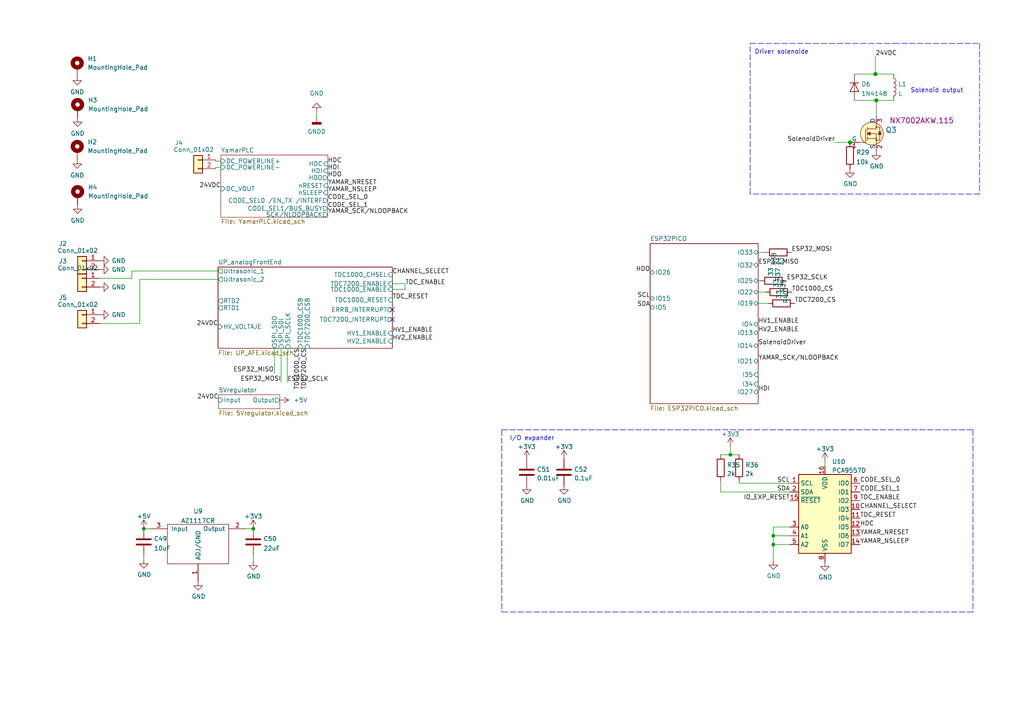
<source format=kicad_sch>
(kicad_sch (version 20211123) (generator eeschema)
  (paper "A4")
  (lib_symbols
    (symbol "Connector_Generic:Conn_01x02" (pin_names (offset 1.016) hide)
      (property "Reference" "J" (at 0 2.54 0))
      (property "Value" "Conn_01x02" (at 0 -5.08 0))
      (symbol "Conn_01x02_1_1"
        (rectangle (start -1.27 -2.413) (end 0 -2.667) (stroke (width 0.1524)))
        (rectangle (start -1.27 0.127) (end 0 -0.127) (stroke (width 0.1524)))
        (rectangle (start -1.27 1.27) (end 1.27 -3.81) (stroke (width 0.254)) (fill (type background)))
        (pin passive line (at -5.08 0 0) (length 3.81) (name "Pin_1") (number "1"))
        (pin passive line (at -5.08 -2.54 0) (length 3.81) (name "Pin_2") (number "2"))
      )
    )
    (symbol "Device:C" (pin_numbers hide) (pin_names (offset 0.254))
      (property "Reference" "C" (at 0.635 2.54 0))
      (property "Value" "C" (at 0.635 -2.54 0))
      (symbol "C_0_1"
        (polyline (pts (xy -2.032 -0.762) (xy 2.032 -0.762)) (stroke (width 0.508)))
        (polyline (pts (xy -2.032 0.762) (xy 2.032 0.762)) (stroke (width 0.508)))
      )
      (symbol "C_1_1"
        (pin passive line (at 0 3.81 270) (length 2.794) (name "~") (number "1"))
        (pin passive line (at 0 -3.81 90) (length 2.794) (name "~") (number "2"))
      )
    )
    (symbol "Device:L" (pin_numbers hide) (pin_names (offset 1.016) hide)
      (property "Reference" "L" (at -1.27 0 90))
      (property "Value" "L" (at 1.905 0 90))
      (symbol "L_0_1"
        (arc (start 0 -2.54) (mid 0.635 -1.905) (end 0 -1.27))
        (arc (start 0 -1.27) (mid 0.635 -0.635) (end 0 0))
        (arc (start 0 0) (mid 0.635 0.635) (end 0 1.27))
        (arc (start 0 1.27) (mid 0.635 1.905) (end 0 2.54))
      )
      (symbol "L_1_1"
        (pin passive line (at 0 3.81 270) (length 1.27) (name "1") (number "1"))
        (pin passive line (at 0 -3.81 90) (length 1.27) (name "2") (number "2"))
      )
    )
    (symbol "Device:R" (pin_numbers hide) (pin_names (offset 0))
      (property "Reference" "R" (at 2.032 0 90))
      (property "Value" "R" (at 0 0 90))
      (symbol "R_0_1"
        (rectangle (start -1.016 -2.54) (end 1.016 2.54) (stroke (width 0.254)))
      )
      (symbol "R_1_1"
        (pin passive line (at 0 3.81 270) (length 1.27) (name "~") (number "1"))
        (pin passive line (at 0 -3.81 90) (length 1.27) (name "~") (number "2"))
      )
    )
    (symbol "Diode:1N4148" (pin_numbers hide) (pin_names (offset 1.016) hide)
      (property "Reference" "D" (at 0 2.54 0))
      (property "Value" "1N4148" (at 0 -2.54 0))
      (symbol "1N4148_0_1"
        (polyline (pts (xy -1.27 1.27) (xy -1.27 -1.27)) (stroke (width 0.2032)))
        (polyline (pts (xy 1.27 0) (xy -1.27 0)))
        (polyline (pts (xy 1.27 1.27) (xy 1.27 -1.27) (xy -1.27 0) (xy 1.27 1.27)) (stroke (width 0.2032)))
      )
      (symbol "1N4148_1_1"
        (pin passive line (at -3.81 0 0) (length 2.54) (name "K") (number "1"))
        (pin passive line (at 3.81 0 180) (length 2.54) (name "A") (number "2"))
      )
    )
    (symbol "Interface_Expansion:PCA9557D"
      (property "Reference" "U" (at -7.62 11.43 0))
      (property "Value" "PCA9557D" (at 2.54 11.43 0))
      (symbol "PCA9557D_0_1"
        (rectangle (start -7.62 -12.7) (end 7.62 10.16) (stroke (width 0.254)) (fill (type background)))
      )
      (symbol "PCA9557D_1_1"
        (pin input line (at -10.16 7.62 0) (length 2.54) (name "SCL") (number "1"))
        (pin bidirectional line (at 10.16 0 180) (length 2.54) (name "IO3") (number "10"))
        (pin bidirectional line (at 10.16 -2.54 180) (length 2.54) (name "IO4") (number "11"))
        (pin bidirectional line (at 10.16 -5.08 180) (length 2.54) (name "IO5") (number "12"))
        (pin bidirectional line (at 10.16 -7.62 180) (length 2.54) (name "IO6") (number "13"))
        (pin bidirectional line (at 10.16 -10.16 180) (length 2.54) (name "IO7") (number "14"))
        (pin input line (at -10.16 2.54 0) (length 2.54) (name "~{RESET}") (number "15"))
        (pin power_in line (at 0 12.7 270) (length 2.54) (name "VDD") (number "16"))
        (pin bidirectional line (at -10.16 5.08 0) (length 2.54) (name "SDA") (number "2"))
        (pin input line (at -10.16 -5.08 0) (length 2.54) (name "A0") (number "3"))
        (pin input line (at -10.16 -7.62 0) (length 2.54) (name "A1") (number "4"))
        (pin input line (at -10.16 -10.16 0) (length 2.54) (name "A2") (number "5"))
        (pin bidirectional line (at 10.16 7.62 180) (length 2.54) (name "IO0") (number "6"))
        (pin bidirectional line (at 10.16 5.08 180) (length 2.54) (name "IO1") (number "7"))
        (pin power_in line (at 0 -15.24 90) (length 2.54) (name "VSS") (number "8"))
        (pin bidirectional line (at 10.16 2.54 180) (length 2.54) (name "IO2") (number "9"))
      )
    )
    (symbol "Mechanical:MountingHole_Pad" (pin_numbers hide) (pin_names (offset 1.016) hide)
      (property "Reference" "H" (at 0 6.35 0))
      (property "Value" "MountingHole_Pad" (at 0 4.445 0))
      (symbol "MountingHole_Pad_0_1"
        (circle (center 0 1.27) (radius 1.27) (stroke (width 1.27)))
      )
      (symbol "MountingHole_Pad_1_1"
        (pin input line (at 0 -2.54 90) (length 2.54) (name "1") (number "1"))
      )
    )
    (symbol "dk_Transistors-FETs-MOSFETs-Single:2N7002" (pin_names (offset 0))
      (property "Reference" "Q" (at -2.6924 3.6322 0))
      (property "Value" "2N7002" (at 3.4544 0 90))
      (symbol "2N7002_0_1"
        (circle (center -1.27 0) (radius 3.302) (fill (type background)))
        (circle (center 0 -1.905) (radius 0.127))
        (circle (center 0 -1.397) (radius 0.127))
        (polyline (pts (xy 0 -1.397) (xy -2.54 -1.397)))
        (polyline (pts (xy -5.08 -2.54) (xy -3.048 -2.54) (xy -3.048 1.397)))
        (polyline (pts (xy 0 -2.54) (xy 0 0) (xy -2.54 0)))
        (polyline (pts (xy 0 2.54) (xy 0 1.397) (xy -2.54 1.397)))
        (polyline (pts (xy -0.127 -1.905) (xy 1.016 -1.905) (xy 1.016 1.397) (xy 1.016 1.905) (xy -0.127 1.905)))
        (circle (center 0 1.905) (radius 0.127))
      )
      (symbol "2N7002_1_1"
        (polyline (pts (xy -2.54 -1.397) (xy -2.54 -1.905)))
        (polyline (pts (xy -2.54 -1.397) (xy -2.54 -0.889)))
        (polyline (pts (xy -2.54 0) (xy -2.54 -0.508)))
        (polyline (pts (xy -2.54 0) (xy -2.54 0.508)))
        (polyline (pts (xy -2.54 1.905) (xy -2.54 0.889)))
        (polyline (pts (xy 1.524 0.508) (xy 0.508 0.508)))
        (polyline (pts (xy -2.54 0) (xy -1.778 0.508) (xy -1.778 -0.508) (xy -2.54 0)) (fill (type outline)))
        (polyline (pts (xy 1.016 0.508) (xy 0.508 -0.254) (xy 1.524 -0.254) (xy 1.016 0.508)) (fill (type outline)))
        (pin bidirectional line (at -7.62 -2.54 0) (length 2.54) (name "G") (number "1"))
        (pin bidirectional line (at 0 -5.08 90) (length 2.54) (name "S") (number "2"))
        (pin bidirectional line (at 0 5.08 270) (length 2.54) (name "D") (number "3"))
      )
    )
    (symbol "power:+3V3" (power) (pin_names (offset 0))
      (property "Value" "+3V3" (at 0 3.556 0))
      (symbol "+3V3_0_1"
        (polyline (pts (xy -0.762 1.27) (xy 0 2.54)))
        (polyline (pts (xy 0 0) (xy 0 2.54)))
        (polyline (pts (xy 0 2.54) (xy 0.762 1.27)))
      )
      (symbol "+3V3_1_1"
        (pin power_in line (at 0 0 90) (length 0) hide (name "+3V3") (number "1"))
      )
    )
    (symbol "power:+5V" (power) (pin_names (offset 0))
      (property "Value" "+5V" (at 0 3.556 0))
      (symbol "+5V_0_1"
        (polyline (pts (xy -0.762 1.27) (xy 0 2.54)))
        (polyline (pts (xy 0 0) (xy 0 2.54)))
        (polyline (pts (xy 0 2.54) (xy 0.762 1.27)))
      )
      (symbol "+5V_1_1"
        (pin power_in line (at 0 0 90) (length 0) hide (name "+5V") (number "1"))
      )
    )
    (symbol "power:GND" (power) (pin_names (offset 0))
      (property "Value" "GND" (at 0 -3.81 0))
      (symbol "GND_0_1"
        (polyline (pts (xy 0 0) (xy 0 -1.27) (xy 1.27 -1.27) (xy 0 -2.54) (xy -1.27 -1.27) (xy 0 -1.27)))
      )
      (symbol "GND_1_1"
        (pin power_in line (at 0 0 270) (length 0) hide (name "GND") (number "1"))
      )
    )
    (symbol "power:GNDD" (power) (pin_names (offset 0))
      (property "Value" "GNDD" (at 0 -3.175 0))
      (symbol "GNDD_0_1"
        (rectangle (start -1.27 -1.524) (end 1.27 -2.032) (stroke (width 0.254)) (fill (type outline)))
        (polyline (pts (xy 0 0) (xy 0 -1.524)))
      )
      (symbol "GNDD_1_1"
        (pin power_in line (at 0 0 270) (length 0) hide (name "GNDD") (number "1"))
      )
    )
    (symbol "zembia:AZ1117CR" (pin_names (offset 1.016))
      (property "Reference" "U" (at -12.7 0 0))
      (property "Value" "AZ1117CR" (at -8.89 -2.54 0))
      (symbol "AZ1117CR_0_1"
        (rectangle (start -8.89 10.16) (end 8.89 -1.27))
      )
      (symbol "AZ1117CR_1_1"
        (pin input line (at 0 -6.35 90) (length 5.08) (name "ADJ/GND") (number "1"))
        (pin input line (at 13.97 8.89 180) (length 5.08) (name "Output") (number "2"))
        (pin input line (at -13.97 8.89 0) (length 5.08) (name "Input") (number "3"))
      )
    )
  )
  (junction (at 246.5324 41.3004) (diameter 1.016))
  (junction (at 73.4568 153.3652))
  (junction (at 254.1524 29.1084) (diameter 1.016))
  (junction (at 224.282 157.9372))
  (junction (at 41.7068 153.3652))
  (junction (at 253.8984 21.4884) (diameter 1.016))
  (junction (at 211.836 131.9022))
  (junction (at 224.282 155.3972))
  (no_connect (at 113.792 89.8144))
  (no_connect (at 113.792 92.6592))
  (wire (pts (xy 247.8024 21.4884) (xy 253.8984 21.4884)))
  (wire (pts (xy 41.7068 160.9852) (xy 41.7068 162.2552)))
  (wire (pts (xy 224.282 157.9372) (xy 224.282 162.6362)))
  (wire (pts (xy 211.836 131.9022) (xy 209.042 131.9022)))
  (wire (pts (xy 41.7068 153.3652) (xy 43.4848 153.3652)))
  (polyline (pts (xy 284.1244 12.5984) (xy 284.1244 56.2864)) (stroke (width 0) (type dash)))
  (wire (pts (xy 40.5384 93.8276) (xy 40.5384 81.026)))
  (wire (pts (xy 229.108 155.3972) (xy 224.282 155.3972)))
  (wire (pts (xy 224.282 155.3972) (xy 224.282 157.9372)))
  (wire (pts (xy 83.312 110.8964) (xy 83.312 102.2096)))
  (wire (pts (xy 254.1524 29.1084) (xy 254.1524 33.6804)))
  (polyline (pts (xy 282.194 124.6632) (xy 282.194 177.4952)) (stroke (width 0) (type dash)))
  (wire (pts (xy 117.5004 82.296) (xy 113.792 82.296)))
  (wire (pts (xy 247.8024 29.1084) (xy 254.1524 29.1084)))
  (polyline (pts (xy 217.5764 12.5984) (xy 259.2324 12.5984)) (stroke (width 0) (type dash)))
  (wire (pts (xy 214.376 140.1572) (xy 214.376 139.5222)))
  (polyline (pts (xy 284.1244 56.2864) (xy 217.5764 56.2864)) (stroke (width 0) (type dash)))
  (polyline (pts (xy 145.542 124.6632) (xy 282.194 124.6632)) (stroke (width 0) (type dash)))
  (wire (pts (xy 63.246 78.613) (xy 38.2524 78.613)))
  (wire (pts (xy 253.8984 16.4084) (xy 253.8984 21.4884)))
  (wire (pts (xy 79.629 108.1532) (xy 79.4512 108.1532)))
  (wire (pts (xy 117.5004 83.947) (xy 113.792 83.947)))
  (wire (pts (xy 209.042 139.5222) (xy 209.042 142.6972)))
  (wire (pts (xy 219.9132 87.9856) (xy 222.8596 87.9856)))
  (wire (pts (xy 62.5395 46.736) (xy 64.0588 46.736)))
  (wire (pts (xy 91.8464 32.4612) (xy 91.8464 33.9852)))
  (wire (pts (xy 229.108 140.1572) (xy 214.376 140.1572)))
  (wire (pts (xy 219.9132 73.2028) (xy 221.9389 73.2028)))
  (wire (pts (xy 40.5384 81.026) (xy 63.246 81.026)))
  (wire (pts (xy 38.2524 78.613) (xy 38.2524 80.7212)))
  (wire (pts (xy 254.1524 29.1084) (xy 259.2324 29.1084)))
  (wire (pts (xy 73.4568 160.9852) (xy 73.4568 162.7632)))
  (wire (pts (xy 219.9132 84.7344) (xy 222.0468 84.7344)))
  (wire (pts (xy 38.2524 80.7212) (xy 28.9052 80.7212)))
  (wire (pts (xy 229.108 157.9372) (xy 224.282 157.9372)))
  (wire (pts (xy 224.282 152.8572) (xy 224.282 155.3972)))
  (wire (pts (xy 242.2144 41.3004) (xy 246.5324 41.3004)))
  (wire (pts (xy 71.4248 153.3652) (xy 73.4568 153.3652)))
  (wire (pts (xy 229.108 152.8572) (xy 224.282 152.8572)))
  (wire (pts (xy 81.534 101.0158) (xy 81.534 110.8456)))
  (polyline (pts (xy 145.542 124.6632) (xy 145.542 177.4952)) (stroke (width 0) (type dash)))
  (wire (pts (xy 219.9132 81.4324) (xy 220.5228 81.4324)))
  (wire (pts (xy 83.312 102.2096) (xy 83.5152 102.2096)))
  (wire (pts (xy 209.042 142.6972) (xy 229.108 142.6972)))
  (wire (pts (xy 253.8984 21.4884) (xy 259.2324 21.4884)))
  (wire (pts (xy 117.5004 82.296) (xy 117.5004 83.947)))
  (wire (pts (xy 211.836 129.4892) (xy 211.836 131.9022)))
  (wire (pts (xy 79.629 101.0158) (xy 79.629 108.1532)))
  (wire (pts (xy 211.836 131.9022) (xy 214.376 131.9022)))
  (polyline (pts (xy 282.194 177.4952) (xy 145.542 177.4952)) (stroke (width 0) (type dash)))
  (wire (pts (xy 62.5395 48.514) (xy 62.5395 48.9255)))
  (wire (pts (xy 239.268 133.8072) (xy 239.268 135.0772)))
  (wire (pts (xy 64.0588 48.514) (xy 62.5395 48.514)))
  (polyline (pts (xy 259.2324 12.5984) (xy 284.1244 12.5984)) (stroke (width 0) (type dash)))
  (polyline (pts (xy 217.5764 56.2864) (xy 217.5764 12.5984)) (stroke (width 0) (type dash)))
  (wire (pts (xy 83.5152 101.0158) (xy 83.5152 102.2096)))
  (wire (pts (xy 62.5395 46.3855) (xy 62.5395 46.736)))
  (wire (pts (xy 28.9052 93.8276) (xy 40.5384 93.8276)))
  (text "Driver solenoide" (at 218.8464 15.9004 0) (effects (font (size 1.27 1.27)) (justify left bottom)))
  (text "Solenoid output" (at 264.0584 27.0764 0) (effects (font (size 1.27 1.27)) (justify left bottom)))
  (text "I/O expander" (at 147.828 127.9652 0) (effects (font (size 1.27 1.27)) (justify left bottom)))
  (label "TDC1000_CS" (at 229.6668 84.7344 0))
  (label "ESP32_MOSI" (at 229.5589 73.2028 0))
  (label "TDC_ENABLE" (at 117.5004 82.8548 0))
  (label "YAMAR_NSLEEP" (at 95.0468 55.88 0))
  (label "CODE_SEL_1" (at 95.0468 60.452 0))
  (label "ESP32_SCLK" (at 228.1428 81.4324 0))
  (label "HDI" (at 95.0468 49.53 0))
  (label "HDO" (at 188.5696 78.994 180))
  (label "HV1_ENABLE" (at 113.792 96.647 0))
  (label "TDC_RESET" (at 113.792 86.995 0))
  (label "YAMAR_SCK{slash}NLOOPBACK" (at 95.0468 62.23 0))
  (label "TDC_ENABLE" (at 249.428 145.2372 0))
  (label "ESP32_MISO" (at 219.9132 76.9112 0))
  (label "HV2_ENABLE" (at 113.792 98.933 0))
  (label "HV2_ENABLE" (at 219.9132 96.52 0))
  (label "HDC" (at 249.428 152.8572 0))
  (label "CHANNEL_SELECT" (at 113.792 79.6544 0))
  (label "SDA" (at 188.5696 89.154 180))
  (label "HDO" (at 95.0468 51.562 0))
  (label "SolenoidDriver" (at 219.9132 100.2792 0))
  (label "ESP32_MOSI" (at 81.534 110.8456 180))
  (label "24VDC" (at 63.246 94.742 180))
  (label "TDC_RESET" (at 249.428 150.3172 0))
  (label "CHANNEL_SELECT" (at 249.428 147.7772 0))
  (label "HV1_ENABLE" (at 219.9132 94.0308 0))
  (label "24VDC" (at 253.8984 16.4084 0))
  (label "YAMAR_SCK{slash}NLOOPBACK" (at 219.9132 104.7496 0))
  (label "SolenoidDriver" (at 242.2144 41.3004 180))
  (label "ESP32_SCLK" (at 83.312 110.8964 0))
  (label "CODE_SEL_1" (at 249.428 142.6972 0))
  (label "24VDC" (at 63.3984 116.0272 180))
  (label "TDC7200_CS" (at 89.154 101.0158 270))
  (label "ESP32_MISO" (at 79.4512 108.1532 180))
  (label "CODE_SEL_0" (at 95.0468 58.166 0))
  (label "CODE_SEL_0" (at 249.428 140.1572 0))
  (label "TDC1000_CS" (at 87.122 101.0158 270))
  (label "YAMAR_NRESET" (at 95.0468 53.848 0))
  (label "SCL" (at 188.5696 86.5632 180))
  (label "HDC" (at 95.0468 47.498 0))
  (label "HDI" (at 219.9132 113.6904 0))
  (label "YAMAR_NRESET" (at 249.428 155.3972 0))
  (label "SDA" (at 229.108 142.6972 180))
  (label "24VDC" (at 64.0588 54.737 180))
  (label "TDC7200_CS" (at 230.4796 87.9856 0))
  (label "SCL" (at 229.108 140.1572 180))
  (label "YAMAR_NSLEEP" (at 249.428 157.9372 0))
  (label "IO_EXP_RESET" (at 229.108 145.2372 180))
  (symbol (lib_id "power:GND") (at 246.5324 48.9204 0) (unit 1)
    (property "Reference" "#PWR0167" (effects hide))
    (property "Value" "GND" (at 246.6594 53.3146 0))
  )
  (symbol (lib_id "Connector_Generic:Conn_01x02") (at 23.8252 80.7212 0) (mirror y) (unit 1)
    (property "Reference" "J3" (at 18.2372 75.7386 0))
    (property "Value" "Conn_01x02" (at 22.5552 77.7517 0))
    (property "Footprint" "zembia-footprints:CUI_TB007-508-02BE" (effects hide))
    (property "MPN" "TB007-508-02BE" (effects hide))
  )
  (symbol (lib_id "power:GND") (at 163.576 140.7922 0) (unit 1)
    (property "Reference" "#PWR0190" (effects hide))
    (property "Value" "GND" (at 163.703 145.1864 0))
  )
  (symbol (lib_id "Connector_Generic:Conn_01x02") (at 23.8252 91.2876 0) (mirror y) (unit 1)
    (property "Reference" "J5" (at 18.2372 86.305 0))
    (property "Value" "Conn_01x02" (at 22.5552 88.3181 0))
    (property "Footprint" "zembia-footprints:CUI_TB007-508-02BE" (effects hide))
    (property "MPN" "TB007-508-02BE" (effects hide))
  )
  (symbol (lib_id "power:GND") (at 254.1524 43.8404 0) (unit 1)
    (property "Reference" "#PWR0168" (effects hide))
    (property "Value" "GND" (at 254.2794 48.2346 0))
  )
  (symbol (lib_id "power:GND") (at 91.8464 32.4612 180) (unit 1)
    (property "Reference" "#PWR0169" (effects hide))
    (property "Value" "GND" (at 91.8464 27.0764 0))
  )
  (symbol (lib_id "power:GND") (at 41.7068 162.2552 0) (unit 1)
    (property "Reference" "#PWR0185" (effects hide))
    (property "Value" "GND" (at 41.8338 166.6494 0))
  )
  (symbol (lib_id "Connector_Generic:Conn_01x02") (at 23.8252 75.6412 0) (mirror y) (unit 1)
    (property "Reference" "J2" (at 18.2372 70.6586 0))
    (property "Value" "Conn_01x02" (at 22.5552 72.6717 0))
    (property "Footprint" "zembia-footprints:CUI_TB007-508-02BE" (effects hide))
    (property "MPN" "TB007-508-02BE" (effects hide))
  )
  (symbol (lib_id "power:GND") (at 22.5044 34.1376 0) (unit 1)
    (property "Reference" "#PWR0101" (effects hide))
    (property "Value" "GND" (at 22.5044 38.7096 0))
  )
  (symbol (lib_id "Mechanical:MountingHole_Pad") (at 22.4028 19.558 0) (unit 1) (in_bom no)
    (property "Reference" "H1" (at 25.4 17.0179 0) (effects (justify left)))
    (property "Value" "MountingHole_Pad" (at 25.4 19.5579 0) (effects (justify left)))
    (property "Footprint" "MountingHole:MountingHole_3.2mm_M3_Pad_Via" (effects hide))
  )
  (symbol (lib_id "power:GND") (at 28.9052 78.1812 90) (unit 1)
    (property "Reference" "#PWR0166" (effects hide))
    (property "Value" "GND" (at 32.3596 78.1811 90) (effects (justify right)))
  )
  (symbol (lib_id "power:GND") (at 239.268 163.0172 0) (unit 1)
    (property "Reference" "#PWR0193" (effects hide))
    (property "Value" "GND" (at 239.395 167.4114 0))
  )
  (symbol (lib_id "Diode:1N4148") (at 247.8024 25.2984 270) (unit 1)
    (property "Reference" "D6" (at 249.8091 24.3899 90) (effects (justify left)))
    (property "Value" "1N4148" (at 249.8091 27.165 90) (effects (justify left)))
    (property "Footprint" "Diode_THT:D_DO-35_SOD27_P7.62mm_Horizontal" (effects hide))
    (property "Datasheet" "https://assets.nexperia.com/documents/data-sheet/1N4148_1N4448.pdf" (effects hide))
    (property "MPN" "1N4148" (effects hide))
  )
  (symbol (lib_id "power:+3V3") (at 211.836 129.4892 0) (unit 1)
    (property "Reference" "#PWR0188" (effects hide))
    (property "Value" "+3V3" (at 211.836 125.8846 0))
  )
  (symbol (lib_id "power:GND") (at 73.4568 162.7632 0) (unit 1)
    (property "Reference" "#PWR0184" (effects hide))
    (property "Value" "GND" (at 73.5838 167.1574 0))
  )
  (symbol (lib_id "power:GND") (at 224.282 162.6362 0) (unit 1)
    (property "Reference" "#PWR0195" (effects hide))
    (property "Value" "GND" (at 224.409 167.0304 0))
  )
  (symbol (lib_id "Device:R") (at 246.5324 45.1104 0) (unit 1)
    (property "Reference" "R29" (at 248.3105 44.2019 0) (effects (justify left)))
    (property "Value" "10k" (at 248.3105 46.977 0) (effects (justify left)))
    (property "Footprint" "Resistor_SMD:R_0603_1608Metric" (effects hide))
    (property "MPN" "CR0603-FX-1002ELF" (effects hide))
  )
  (symbol (lib_id "Device:L") (at 259.2324 25.2984 0) (unit 1)
    (property "Reference" "L1" (at 260.5025 24.3899 0) (effects (justify left)))
    (property "Value" "L" (at 260.5025 27.165 0) (effects (justify left)))
    (property "Footprint" "zembia-footprints:CUI_TB007-508-02BE" (effects hide))
    (property "MPN" "TB007-508-02BE" (effects hide))
  )
  (symbol (lib_id "power:GND") (at 22.4028 46.2788 0) (unit 1)
    (property "Reference" "#PWR0103" (effects hide))
    (property "Value" "GND" (at 22.4028 50.8508 0))
  )
  (symbol (lib_id "power:GNDD") (at 91.8464 33.9852 0) (unit 1)
    (property "Reference" "#PWR0170" (effects hide))
    (property "Value" "GNDD" (at 91.8464 38.1668 0))
  )
  (symbol (lib_id "power:+5V") (at 81.1784 116.0272 270) (unit 1)
    (property "Reference" "#PWR0187" (effects hide))
    (property "Value" "+5V" (at 85.09 116.0271 90) (effects (justify left)))
  )
  (symbol (lib_id "power:GND") (at 28.9052 91.2876 90) (unit 1)
    (property "Reference" "#PWR0165" (effects hide))
    (property "Value" "GND" (at 32.3596 91.2875 90) (effects (justify right)))
  )
  (symbol (lib_id "Mechanical:MountingHole_Pad") (at 22.5044 56.8452 0) (unit 1) (in_bom no)
    (property "Reference" "H4" (at 25.5016 54.3051 0) (effects (justify left)))
    (property "Value" "MountingHole_Pad" (at 25.5016 56.8451 0) (effects (justify left)))
    (property "Footprint" "MountingHole:MountingHole_3.2mm_M3_Pad_Via" (effects hide))
  )
  (symbol (lib_id "power:GND") (at 22.5044 59.3852 0) (unit 1)
    (property "Reference" "#PWR0104" (effects hide))
    (property "Value" "GND" (at 22.5044 63.9572 0))
  )
  (symbol (lib_id "power:GND") (at 22.4028 22.098 0) (unit 1)
    (property "Reference" "#PWR0102" (effects hide))
    (property "Value" "GND" (at 22.4028 26.67 0))
  )
  (symbol (lib_id "dk_Transistors-FETs-MOSFETs-Single:2N7002") (at 254.1524 38.7604 0) (unit 1)
    (property "Reference" "Q3" (at 256.8195 37.6957 0) (effects (font (size 1.524 1.524)) (justify left)))
    (property "Value" "-" (effects hide))
    (property "Footprint" "Package_TO_SOT_SMD:SOT-323_SC-70" (effects hide))
    (property "MPN" "NX7002AKW,115" (at 257.9624 34.9504 0) (effects (font (size 1.524 1.524)) (justify left)))
  )
  (symbol (lib_id "Device:R") (at 225.8568 84.7344 270) (unit 1)
    (property "Reference" "R39" (at 227.1268 80.9244 0) (effects (justify left)))
    (property "Value" "33" (at 225.0948 80.7974 0) (effects (justify left)))
    (property "Footprint" "Resistor_SMD:R_0402_1005Metric" (effects hide))
    (property "MPN" "CR0402-FX-33R0GLF" (effects hide))
  )
  (symbol (lib_id "Device:R") (at 209.042 135.7122 0) (unit 1)
    (property "Reference" "R35" (at 210.82 134.8775 0) (effects (justify left)))
    (property "Value" "2k" (at 210.82 137.4144 0) (effects (justify left)))
    (property "Footprint" "Resistor_SMD:R_0603_1608Metric" (effects hide))
    (property "MPN" "ERJ-PA3F2001V" (effects hide))
  )
  (symbol (lib_id "Device:C") (at 73.4568 157.1752 0) (unit 1)
    (property "Reference" "C50" (at 76.3779 156.2667 0) (effects (justify left)))
    (property "Value" "22uF" (at 76.3779 159.0418 0) (effects (justify left)))
    (property "Footprint" "Capacitor_SMD:C_0603_1608Metric" (effects hide))
    (property "MPN" "GRM187R61A226ME15D" (effects hide))
  )
  (symbol (lib_id "power:+3V3") (at 239.268 133.8072 0) (unit 1)
    (property "Reference" "#PWR0194" (effects hide))
    (property "Value" "+3V3" (at 239.268 130.2026 0))
  )
  (symbol (lib_id "power:+3V3") (at 163.576 133.1722 0) (unit 1)
    (property "Reference" "#PWR0192" (effects hide))
    (property "Value" "+3V3" (at 163.576 129.5676 0))
  )
  (symbol (lib_id "power:+3V3") (at 73.4568 153.3652 0) (unit 1)
    (property "Reference" "#PWR0182" (effects hide))
    (property "Value" "+3V3" (at 73.4568 149.7606 0))
  )
  (symbol (lib_id "zembia:AZ1117CR") (at 57.4548 162.2552 0) (unit 1)
    (property "Reference" "U9" (at 57.4548 148.2556 0))
    (property "Value" "AZ1117CR" (at 57.4548 151.0307 0))
    (property "Footprint" "Package_TO_SOT_SMD:SOT-89-3" (effects hide))
    (property "MPN" "AZ1117CR-3.3TRG1" (effects hide))
  )
  (symbol (lib_id "power:GND") (at 28.9052 75.6412 90) (unit 1)
    (property "Reference" "#PWR?" (effects hide))
    (property "Value" "GND" (at 32.3596 75.6411 90) (effects (justify right)))
  )
  (symbol (lib_id "power:GND") (at 28.9052 83.2612 90) (unit 1)
    (property "Reference" "#PWR?" (effects hide))
    (property "Value" "GND" (at 32.3596 83.2611 90) (effects (justify right)))
  )
  (symbol (lib_id "power:GND") (at 152.781 140.7922 0) (unit 1)
    (property "Reference" "#PWR0189" (effects hide))
    (property "Value" "GND" (at 152.908 145.1864 0))
  )
  (symbol (lib_id "Device:R") (at 214.376 135.7122 0) (unit 1)
    (property "Reference" "R36" (at 216.154 134.8775 0) (effects (justify left)))
    (property "Value" "2k" (at 216.154 137.4144 0) (effects (justify left)))
    (property "Footprint" "Resistor_SMD:R_0603_1608Metric" (effects hide))
    (property "MPN" "ERJ-PA3F2001V" (effects hide))
  )
  (symbol (lib_id "power:+3V3") (at 152.781 133.1722 0) (unit 1)
    (property "Reference" "#PWR0191" (effects hide))
    (property "Value" "+3V3" (at 152.781 129.5676 0))
  )
  (symbol (lib_id "Device:C") (at 152.781 136.9822 0) (unit 1)
    (property "Reference" "C51" (at 155.702 136.1475 0) (effects (justify left)))
    (property "Value" "0.01uF" (at 155.702 138.6844 0) (effects (justify left)))
    (property "Footprint" "Capacitor_SMD:C_0402_1005Metric" (effects hide))
    (property "MPN" "CC0402JRX7R9BB103" (effects hide))
  )
  (symbol (lib_id "Connector_Generic:Conn_01x02") (at 57.4595 46.3855 0) (mirror y) (unit 1)
    (property "Reference" "J4" (at 51.8715 41.4029 0))
    (property "Value" "Conn_01x02" (at 56.1895 43.416 0))
    (property "Footprint" "zembia-footprints:CUI_TB007-508-02BE" (effects hide))
    (property "MPN" "TB007-508-02BE" (effects hide))
  )
  (symbol (lib_id "Device:R") (at 224.3328 81.4324 270) (unit 1)
    (property "Reference" "R37" (at 225.6028 77.6224 0) (effects (justify left)))
    (property "Value" "33" (at 223.5708 77.4954 0) (effects (justify left)))
    (property "Footprint" "Resistor_SMD:R_0402_1005Metric" (effects hide))
    (property "MPN" "CR0402-FX-33R0GLF" (effects hide))
  )
  (symbol (lib_id "Mechanical:MountingHole_Pad") (at 22.4028 43.7388 0) (unit 1) (in_bom no)
    (property "Reference" "H2" (at 25.4 41.1987 0) (effects (justify left)))
    (property "Value" "MountingHole_Pad" (at 25.4 43.7387 0) (effects (justify left)))
    (property "Footprint" "MountingHole:MountingHole_3.2mm_M3_Pad_Via" (effects hide))
  )
  (symbol (lib_id "power:+5V") (at 41.7068 153.3652 0) (unit 1)
    (property "Reference" "#PWR0186" (effects hide))
    (property "Value" "+5V" (at 41.7068 149.7606 0))
  )
  (symbol (lib_id "Device:R") (at 226.6696 87.9856 270) (unit 1)
    (property "Reference" "R40" (at 227.9396 84.1756 0) (effects (justify left)))
    (property "Value" "33" (at 225.9076 84.0486 0) (effects (justify left)))
    (property "Footprint" "Resistor_SMD:R_0402_1005Metric" (effects hide))
    (property "MPN" "CR0402-FX-33R0GLF" (effects hide))
  )
  (symbol (lib_id "Mechanical:MountingHole_Pad") (at 22.5044 31.5976 0) (unit 1) (in_bom no)
    (property "Reference" "H3" (at 25.5016 29.0575 0) (effects (justify left)))
    (property "Value" "MountingHole_Pad" (at 25.5016 31.5975 0) (effects (justify left)))
    (property "Footprint" "MountingHole:MountingHole_3.2mm_M3_Pad_Via" (effects hide))
  )
  (symbol (lib_id "Device:C") (at 163.576 136.9822 0) (unit 1)
    (property "Reference" "C52" (at 166.497 136.1475 0) (effects (justify left)))
    (property "Value" "0.1uF" (at 166.497 138.6844 0) (effects (justify left)))
    (property "Footprint" "Capacitor_SMD:C_0603_1608Metric" (effects hide))
    (property "MPN" "C0603C104K5RAC3121" (effects hide))
  )
  (symbol (lib_id "Interface_Expansion:PCA9557D") (at 239.268 147.7772 0) (unit 1)
    (property "Reference" "U10" (at 241.2874 133.9174 0) (effects (justify left)))
    (property "Value" "PCA9557D" (at 241.2874 136.4543 0) (effects (justify left)))
    (property "Footprint" "Package_SO:SO-16_3.9x9.9mm_P1.27mm" (effects hide))
    (property "Datasheet" "https://www.nxp.com/docs/en/data-sheet/PCA9557.pdf" (effects hide))
    (property "MPN" "PCA9557D" (effects hide))
  )
  (symbol (lib_id "Device:R") (at 225.7489 73.2028 90) (unit 1)
    (property "Reference" "R38" (at 224.4789 77.0128 0) (effects (justify left)))
    (property "Value" "33" (at 226.5109 77.1398 0) (effects (justify left)))
    (property "Footprint" "Resistor_SMD:R_0402_1005Metric" (effects hide))
    (property "MPN" "CR0402-FX-33R0GLF" (effects hide))
  )
  (symbol (lib_id "Device:C") (at 41.7068 157.1752 0) (unit 1)
    (property "Reference" "C49" (at 44.6279 156.2667 0) (effects (justify left)))
    (property "Value" "10uF" (at 44.6279 159.0418 0) (effects (justify left)))
    (property "Footprint" "Capacitor_SMD:C_0805_2012Metric" (effects hide))
    (property "MPN" "GRM21BR6YA106ME43L" (effects hide))
  )
  (symbol (lib_id "power:GND") (at 57.4548 168.6052 0) (unit 1)
    (property "Reference" "#PWR0183" (effects hide))
    (property "Value" "GND" (at 57.5818 172.9994 0))
  )
  (sheet (at 64.0588 44.958) (size 30.988 18.034) (stroke (width 0.0006))
    (property "Sheet name" "YamarPLC" (at 64.0588 44.3223 0) (effects (justify left bottom)))
    (property "Sheet file" "YamarPLC.kicad_sch" (at 64.0588 63.5007 0) (effects (justify left top)))
    (pin "CODE_SEL1{slash}BUS_BUSY" output (at 95.0468 60.452 0))
    (pin "CODE_SEL0 {slash}EN_TX {slash}INTERF" output (at 95.0468 58.166 0))
    (pin "nSLEEP" input (at 95.0468 55.88 0))
    (pin "DC_POWERLINE+" input (at 64.0588 46.736 180))
    (pin "DC_POWERLINE-" input (at 64.0588 48.514 180))
    (pin "nRESET" input (at 95.0468 53.848 0))
    (pin "HDO" output (at 95.0468 51.562 0))
    (pin "HDI" input (at 95.0468 49.53 0))
    (pin "HDC" input (at 95.0468 47.498 0))
    (pin "SCK{slash}NLOOPBACK" output (at 95.0468 62.23 0))
    (pin "DC_VOUT" input (at 64.0588 54.737 180))
  )
  (sheet (at 63.246 77.47) (size 50.546 23.5458) (stroke (width 0.1524))
    (property "Sheet name" "UP_analogFrontEnd" (at 63.246 76.7584 0) (effects (justify left bottom)))
    (property "Sheet file" "UP_AFE.kicad_sch" (at 63.246 101.6004 0) (effects (justify left top)))
    (pin "SPI_SDI" input (at 81.534 101.0158 270))
    (pin "SPI_SCLK" input (at 83.5152 101.0158 270))
    (pin "SPI_SDO" output (at 79.629 101.0158 270))
    (pin "TDC1000_CHSEL" input (at 113.792 79.6544 0))
    (pin "TDC1000_RESET" input (at 113.792 86.995 0))
    (pin "TDC1000_ENABLE" input (at 113.792 83.947 0))
    (pin "TDC7200_ENABLE" input (at 113.792 82.296 0))
    (pin "RTD1" output (at 63.246 89.281 180))
    (pin "RTD2" output (at 63.246 87.249 180))
    (pin "Ultrasonic_1" output (at 63.246 78.613 180))
    (pin "Ultrasonic_2" output (at 63.246 81.026 180))
    (pin "ERRB_INTERRUPT" output (at 113.792 89.8144 0))
    (pin "TDC7200_INTERRUPT" output (at 113.792 92.6592 0))
    (pin "TDC1000_CSB" input (at 87.122 101.0158 270))
    (pin "TDC7200_CSB" input (at 89.154 101.0158 270))
    (pin "HV_VOLTAJE" input (at 63.246 94.742 180))
    (pin "HV1_ENABLE" input (at 113.792 96.647 0))
    (pin "HV2_ENABLE" input (at 113.792 98.933 0))
  )
  (sheet (at 63.3984 114.5032) (size 17.78 4.064) (stroke (width 0.0006))
    (property "Sheet name" "5Vregulator" (at 63.3984 113.8675 0) (effects (justify left bottom)))
    (property "Sheet file" "5Vregulator.kicad_sch" (at 63.3984 119.0759 0) (effects (justify left top)))
    (pin "Output" output (at 81.1784 116.0272 0))
    (pin "Input" input (at 63.3984 116.0272 180))
  )
  (sheet (at 188.5696 70.6628) (size 31.3436 46.4312) (stroke (width 0.1524))
    (property "Sheet name" "ESP32PICO" (at 188.5696 69.9512 0) (effects (justify left bottom)))
    (property "Sheet file" "ESP32PICO.kicad_sch" (at 188.5696 117.6786 0) (effects (justify left top)))
    (pin "IO33" bidirectional (at 219.9132 73.2028 0))
    (pin "IO32" bidirectional (at 219.9132 76.9112 0))
    (pin "IO25" bidirectional (at 219.9132 81.4324 0))
    (pin "IO22" bidirectional (at 219.9132 84.7344 0))
    (pin "IO19" bidirectional (at 219.9132 87.9856 0))
    (pin "IO4" bidirectional (at 219.9132 94.0308 0))
    (pin "IO13" bidirectional (at 219.9132 96.52 0))
    (pin "IO14" bidirectional (at 219.9132 100.2792 0))
    (pin "IO21" bidirectional (at 219.9132 104.7496 0))
    (pin "I35" input (at 219.9132 108.6612 0))
    (pin "I34" input (at 219.9132 111.4044 0))
    (pin "IO27" bidirectional (at 219.9132 113.6904 0))
    (pin "IO26" bidirectional (at 188.5696 78.994 180))
    (pin "IO15" bidirectional (at 188.5696 86.5632 180))
    (pin "IO5" bidirectional (at 188.5696 89.154 180))
  )
)
</source>
